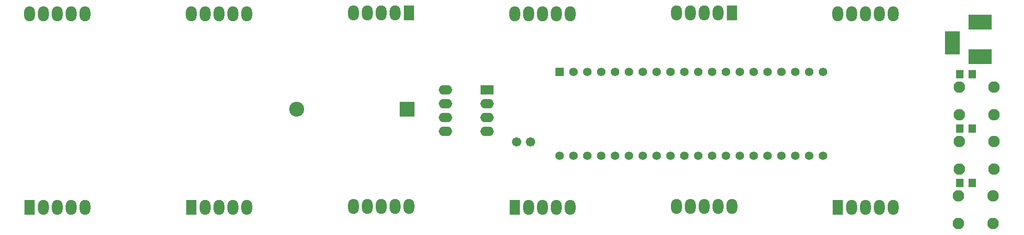
<source format=gts>
G04*
G04 #@! TF.GenerationSoftware,Altium Limited,Altium Designer,18.0.7 (293)*
G04*
G04 Layer_Color=8388736*
%FSTAX24Y24*%
%MOIN*%
G70*
G01*
G75*
%ADD16R,0.0580X0.0630*%
%ADD17O,0.0780X0.1080*%
%ADD18R,0.0780X0.1080*%
%ADD19O,0.0980X0.0680*%
%ADD20R,0.0980X0.0680*%
%ADD21C,0.0830*%
%ADD22C,0.1080*%
%ADD23R,0.1080X0.1080*%
%ADD24R,0.1080X0.1680*%
%ADD25R,0.1680X0.1080*%
%ADD26C,0.0615*%
%ADD27R,0.0615X0.0615*%
%ADD28C,0.0671*%
D16*
X071344Y040768D02*
D03*
X072244D02*
D03*
X071344Y044705D02*
D03*
X072244D02*
D03*
X072244Y036831D02*
D03*
X071344D02*
D03*
D17*
X050932Y035109D02*
D03*
X051932D02*
D03*
X052932D02*
D03*
X053932D02*
D03*
X054932D02*
D03*
X050932Y049109D02*
D03*
X051932D02*
D03*
X052932D02*
D03*
X053932D02*
D03*
X043247Y049059D02*
D03*
X042247D02*
D03*
X041247D02*
D03*
X040247D02*
D03*
X039247D02*
D03*
X043247Y035059D02*
D03*
X042247D02*
D03*
X041247D02*
D03*
X040247D02*
D03*
X030612Y049109D02*
D03*
X029612D02*
D03*
X028612D02*
D03*
X027612D02*
D03*
X031612Y035109D02*
D03*
X030612D02*
D03*
X029612D02*
D03*
X028612D02*
D03*
X027612D02*
D03*
X019928Y049059D02*
D03*
X018928D02*
D03*
X017928D02*
D03*
X016928D02*
D03*
X015928D02*
D03*
X019928Y035059D02*
D03*
X018928D02*
D03*
X017928D02*
D03*
X016928D02*
D03*
X063567D02*
D03*
X064567D02*
D03*
X065567D02*
D03*
X066567D02*
D03*
X062567Y049059D02*
D03*
X063567D02*
D03*
X064567D02*
D03*
X065567D02*
D03*
X066567D02*
D03*
X008268D02*
D03*
X007268D02*
D03*
X006268D02*
D03*
X005268D02*
D03*
X004268D02*
D03*
X008268Y035059D02*
D03*
X007268D02*
D03*
X006268D02*
D03*
X005268D02*
D03*
D18*
X054932Y049109D02*
D03*
X039247Y035059D02*
D03*
X031612Y049109D02*
D03*
X015928Y035059D02*
D03*
X062567D02*
D03*
X004268D02*
D03*
D19*
X034252Y040571D02*
D03*
Y041571D02*
D03*
Y042571D02*
D03*
Y043571D02*
D03*
X037252Y040571D02*
D03*
Y041571D02*
D03*
Y042571D02*
D03*
D20*
Y043571D02*
D03*
D21*
X071319Y041752D02*
D03*
X073819Y043752D02*
D03*
Y041752D02*
D03*
X071319Y043752D02*
D03*
Y037815D02*
D03*
X073819Y039815D02*
D03*
Y037815D02*
D03*
X071319Y039815D02*
D03*
X07126Y033878D02*
D03*
X07376Y035878D02*
D03*
Y033878D02*
D03*
X07126Y035878D02*
D03*
D22*
X023531Y042146D02*
D03*
D23*
X031496D02*
D03*
D24*
X070835Y046945D02*
D03*
D25*
X072835Y048445D02*
D03*
Y045945D02*
D03*
D26*
X04248Y038799D02*
D03*
X04348D02*
D03*
X04448D02*
D03*
X04548D02*
D03*
X04648D02*
D03*
X04748D02*
D03*
X04848D02*
D03*
X04948D02*
D03*
X05048D02*
D03*
X05148D02*
D03*
X05248D02*
D03*
X05348D02*
D03*
X05448D02*
D03*
X05548D02*
D03*
X05648D02*
D03*
X05748D02*
D03*
X05848D02*
D03*
X05948D02*
D03*
X06048D02*
D03*
X06148D02*
D03*
Y044874D02*
D03*
X06048D02*
D03*
X05948D02*
D03*
X05848D02*
D03*
X05748D02*
D03*
X05648D02*
D03*
X05548D02*
D03*
X05448D02*
D03*
X05348D02*
D03*
X05248D02*
D03*
X05148D02*
D03*
X05048D02*
D03*
X04948D02*
D03*
X04848D02*
D03*
X04748D02*
D03*
X04648D02*
D03*
X04548D02*
D03*
X04448D02*
D03*
X04348D02*
D03*
D27*
X04248D02*
D03*
D28*
X03937Y039783D02*
D03*
X04037D02*
D03*
M02*

</source>
